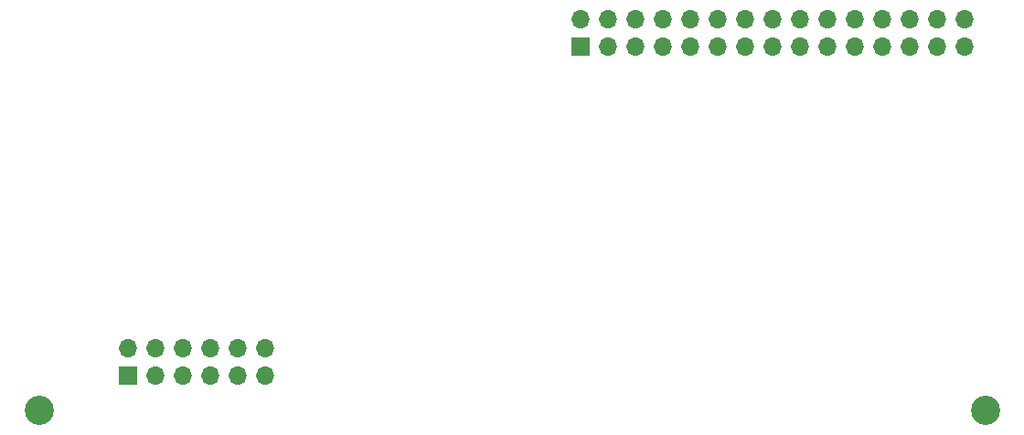
<source format=gbr>
G04 #@! TF.FileFunction,Soldermask,Bot*
%FSLAX46Y46*%
G04 Gerber Fmt 4.6, Leading zero omitted, Abs format (unit mm)*
G04 Created by KiCad (PCBNEW 4.0.7) date 09/14/18 18:18:36*
%MOMM*%
%LPD*%
G01*
G04 APERTURE LIST*
%ADD10C,0.100000*%
%ADD11C,2.700000*%
%ADD12R,1.700000X1.700000*%
%ADD13O,1.700000X1.700000*%
G04 APERTURE END LIST*
D10*
D11*
X76200000Y-151130000D03*
D12*
X84455000Y-147955000D03*
D13*
X84455000Y-145415000D03*
X86995000Y-147955000D03*
X86995000Y-145415000D03*
X89535000Y-147955000D03*
X89535000Y-145415000D03*
X92075000Y-147955000D03*
X92075000Y-145415000D03*
X94615000Y-147955000D03*
X94615000Y-145415000D03*
X97155000Y-147955000D03*
X97155000Y-145415000D03*
D12*
X126365000Y-117475000D03*
D13*
X126365000Y-114935000D03*
X128905000Y-117475000D03*
X128905000Y-114935000D03*
X131445000Y-117475000D03*
X131445000Y-114935000D03*
X133985000Y-117475000D03*
X133985000Y-114935000D03*
X136525000Y-117475000D03*
X136525000Y-114935000D03*
X139065000Y-117475000D03*
X139065000Y-114935000D03*
X141605000Y-117475000D03*
X141605000Y-114935000D03*
X144145000Y-117475000D03*
X144145000Y-114935000D03*
X146685000Y-117475000D03*
X146685000Y-114935000D03*
X149225000Y-117475000D03*
X149225000Y-114935000D03*
X151765000Y-117475000D03*
X151765000Y-114935000D03*
X154305000Y-117475000D03*
X154305000Y-114935000D03*
X156845000Y-117475000D03*
X156845000Y-114935000D03*
X159385000Y-117475000D03*
X159385000Y-114935000D03*
X161925000Y-117475000D03*
X161925000Y-114935000D03*
D11*
X163830000Y-151130000D03*
M02*

</source>
